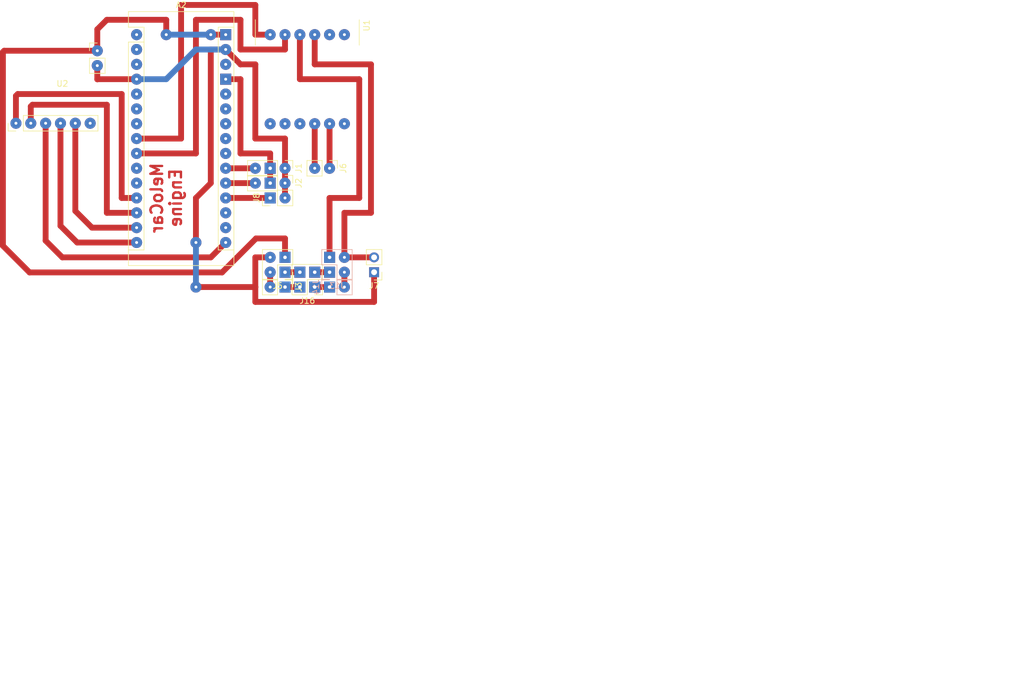
<source format=kicad_pcb>
(kicad_pcb (version 20211014) (generator pcbnew)
  (layers (0 "F.Cu" signal) (31 "B.Cu" signal) (34 "B.Paste" user) (35 "F.Paste" user) (36 "B.SilkS" user "B.Silkscreen") (37 "F.SilkS" user "F.Silkscreen") (38 "B.Mask" user) (39 "F.Mask" user) (44 "Edge.Cuts" user))
  (net 0 "")
  (net 1 "+5V")
  (net 3 "NRF_CE")
  (net 4 "NRF_CSN")
  (net 5 "NRF_SCK")
  (net 6 "NRF_MOSI")
  (net 7 "NRF_MISO")
  (net 8 "PIN_LED")
  (net 9 "PIN_SERVO")
  (net 10 "PIN_HORN")
  (net 11 "+9V")
  (net 12 "GND1")
  (net 13 "Net-(J3-Pad2)")
  (net 14 "Net-(J13-Pad2)")
  (net 15 "Net-(J16-Pad4)")
  (net 16 "Net-(J13-Pad1)")
  (net 17 "Net-(J14-Pad1)")
  (net 18 "Net-(J16-Pad2)")
  (net 19 "GND2")
  (net 20 "PIN_MOTOR_1")
  (net 21 "PIN_MOTOR_2")
  (net 28 "Net-(J6-Pad1)")
  (net 29 "Net-(J6-Pad2)")
  (footprint "Connector_PinHeader_2.54mm:PinHeader_1x02_P2.54mm_Vertical" (layer "F.Cu") (at 63.5 60.96 -90)
    (fp_text reference "J3" (at 0 -2.33 90) (layer "F.SilkS"))
    (fp_text value "Input-Micro")
    (fp_line (start -1.33 -1.33) (end 0 -1.33) (layer "F.SilkS") (width 0.12))
    (fp_line (start -1.33 3.87) (end 1.33 3.87) (layer "F.SilkS") (width 0.12))
    (fp_line (start -1.33 0) (end -1.33 -1.33) (layer "F.SilkS") (width 0.12))
    (fp_line (start -1.33 1.27) (end -1.33 3.87) (layer "F.SilkS") (width 0.12))
    (fp_line (start -1.33 1.27) (end 1.33 1.27) (layer "F.SilkS") (width 0.12))
    (fp_line (start 1.33 1.27) (end 1.33 3.87) (layer "F.SilkS") (width 0.12))
    (pad "1" thru_hole rect (at 0 0 270) (size 1.9 1.9) (drill 0.6) (layers *.Cu *.Mask) (net 18 "Net-(J16-Pad2)"))
    (pad "2" thru_hole oval (at 0 2.54 270) (size 1.9 1.9) (drill 0.5) (layers *.Cu *.Mask) (net 13 "Net-(J3-Pad2)"))
  )
  (footprint "Connector_PinHeader_2.54mm:PinHeader_1x03_P2.54mm_Vertical" (layer "F.Cu") (at 63.5 40.64 -90)
    (fp_text reference "J1" (at 0 -2.33 90) (layer "F.SilkS"))
    (fp_text value "Led")
    (fp_line (start -1.33 1.27) (end 1.33 1.27) (layer "F.SilkS") (width 0.12))
    (fp_line (start 1.33 1.27) (end 1.33 6.41) (layer "F.SilkS") (width 0.12))
    (fp_line (start -1.33 -1.33) (end 0 -1.33) (layer "F.SilkS") (width 0.12))
    (fp_line (start -1.33 0) (end -1.33 -1.33) (layer "F.SilkS") (width 0.12))
    (fp_line (start -1.33 1.27) (end -1.33 6.41) (layer "F.SilkS") (width 0.12))
    (fp_line (start -1.33 6.41) (end 1.33 6.41) (layer "F.SilkS") (width 0.12))
    (pad "1" thru_hole oval (at 0 0 270) (size 1.9 1.9) (drill 0.5) (layers *.Cu *.Mask) (net 19 "GND2"))
    (pad "2" thru_hole rect (at 0 2.54 270) (size 1.9 1.9) (drill 0.6) (layers *.Cu *.Mask) (net 1 "+5V"))
    (pad "3" thru_hole oval (at 0 5.08 270) (size 1.9 1.9) (drill 0.5) (layers *.Cu *.Mask) (net 8 "PIN_LED"))
  )
  (footprint "Connector_PinHeader_2.54mm:PinHeader_1x02_P2.54mm_Vertical" (layer "F.Cu") (at 71.12 40.64 -90)
    (fp_text reference "J6" (at 0 -2.33 90) (layer "F.SilkS"))
    (fp_text value "MOTOR-CTRL")
    (fp_line (start 1.33 1.27) (end 1.33 3.87) (layer "F.SilkS") (width 0.12))
    (fp_line (start -1.33 1.27) (end -1.33 3.87) (layer "F.SilkS") (width 0.12))
    (fp_line (start -1.33 0) (end -1.33 -1.33) (layer "F.SilkS") (width 0.12))
    (fp_line (start -1.33 3.87) (end 1.33 3.87) (layer "F.SilkS") (width 0.12))
    (fp_line (start -1.33 -1.33) (end 0 -1.33) (layer "F.SilkS") (width 0.12))
    (fp_line (start -1.33 1.27) (end 1.33 1.27) (layer "F.SilkS") (width 0.12))
    (pad "1" thru_hole oval (at 0 0 270) (size 1.9 1.9) (drill 0.5) (layers *.Cu *.Mask) (net 28 "Net-(J6-Pad1)"))
    (pad "2" thru_hole oval (at 0 2.54 270) (size 1.9 1.9) (drill 0.5) (layers *.Cu *.Mask) (net 29 "Net-(J6-Pad2)"))
  )
  (footprint "Connector_PinHeader_2.54mm:PinHeader_2x02_P2.54mm_Vertical" (layer "F.Cu") (at 68.58 60.96 180)
    (fp_text reference "J16" (at 1.27 -2.33) (layer "F.SilkS"))
    (fp_text value "Button")
    (fp_line (start -1.33 1.27) (end 1.27 1.27) (layer "F.SilkS") (width 0.12))
    (fp_line (start 3.87 -1.33) (end 3.87 3.87) (layer "F.SilkS") (width 0.12))
    (fp_line (start -1.33 0) (end -1.33 -1.33) (layer "F.SilkS") (width 0.12))
    (fp_line (start -1.33 1.27) (end -1.33 3.87) (layer "F.SilkS") (width 0.12))
    (fp_line (start -1.33 3.87) (end 3.87 3.87) (layer "F.SilkS") (width 0.12))
    (fp_line (start -1.33 -1.33) (end 0 -1.33) (layer "F.SilkS") (width 0.12))
    (fp_line (start 1.27 -1.33) (end 3.87 -1.33) (layer "F.SilkS") (width 0.12))
    (fp_line (start 1.27 1.27) (end 1.27 -1.33) (layer "F.SilkS") (width 0.12))
    (pad "1" thru_hole rect (at 0 0 180) (size 1.9 1.9) (drill 0.6) (layers *.Cu *.Mask) (net 17 "Net-(J14-Pad1)"))
    (pad "2" thru_hole rect (at 2.54 0 180) (size 1.9 1.9) (drill 0.6) (layers *.Cu *.Mask) (net 18 "Net-(J16-Pad2)"))
    (pad "3" thru_hole rect (at 0 2.54 180) (size 1.9 1.9) (drill 0.6) (layers *.Cu *.Mask) (net 16 "Net-(J13-Pad1)"))
    (pad "4" thru_hole rect (at 2.54 2.54 180) (size 1.9 1.9) (drill 0.6) (layers *.Cu *.Mask) (net 15 "Net-(J16-Pad4)"))
  )
  (footprint "Package_SO:TSSOP-16_4.4x5mm_P0.65mm" (layer "F.Cu") (at 68.58 25.4 -90)
    (fp_text reference "U1" (at -9.188423 -8.883049 90) (layer "F.SilkS"))
    (fp_text value "DRV8833PW")
    (fp_line (start -7.986051 10.16) (end -10.186051 10.16) (layer "F.SilkS") (width 0.12))
    (fp_line (start -5.82 -7.62) (end -10.16 -7.62) (layer "F.SilkS") (width 0.12))
    (fp_line (start -7.986051 10.16) (end -5.786051 10.16) (layer "F.SilkS") (width 0.12))
    (pad "1" thru_hole oval (at 7.62 -5.08 180) (size 1.9 1.9) (drill 0.5) (layers *.Cu *.Mask))
    (pad "2" thru_hole oval (at 7.62 -2.54 180) (size 1.9 1.9) (drill 0.5) (layers *.Cu *.Mask) (net 28 "Net-(J6-Pad1)"))
    (pad "4" thru_hole oval (at 7.62 0 180) (size 1.9 1.9) (drill 0.5) (layers *.Cu *.Mask) (net 29 "Net-(J6-Pad2)"))
    (pad "5" thru_hole oval (at 7.62 5.08 180) (size 1.9 1.9) (drill 0.5) (layers *.Cu *.Mask))
    (pad "7" thru_hole oval (at 7.62 2.54 180) (size 1.9 1.9) (drill 0.5) (layers *.Cu *.Mask))
    (pad "8" thru_hole oval (at 7.62 7.62 180) (size 1.9 1.9) (drill 0.5) (layers *.Cu *.Mask))
    (pad "9" thru_hole oval (at -7.62 -2.54 180) (size 1.9 1.9) (drill 0.5) (layers *.Cu *.Mask))
    (pad "10" thru_hole oval (at -7.62 -5.08 180) (size 1.9 1.9) (drill 0.5) (layers *.Cu *.Mask))
    (pad "11" thru_hole oval (at -7.62 2.54 180) (size 1.9 1.9) (drill 0.5) (layers *.Cu *.Mask) (net 11 "+9V"))
    (pad "13" thru_hole oval (at -7.62 0 180) (size 1.9 1.9) (drill 0.5) (layers *.Cu *.Mask) (net 12 "GND1"))
    (pad "15" thru_hole oval (at -7.62 5.08 180) (size 1.9 1.9) (drill 0.5) (layers *.Cu *.Mask) (net 21 "PIN_MOTOR_2"))
    (pad "16" thru_hole oval (at -7.62 7.62 180) (size 1.9 1.9) (drill 0.5) (layers *.Cu *.Mask) (net 20 "PIN_MOTOR_1"))
  )
  (footprint "Connector_PinHeader_2.54mm:PinHeader_1x02_P2.54mm_Vertical" (layer "F.Cu") (at 60.96 45.72 90)
    (fp_text reference "J8" (at 0 -2.33 90) (layer "F.SilkS"))
    (fp_text value "Horn")
    (fp_line (start -1.33 -1.33) (end 0 -1.33) (layer "F.SilkS") (width 0.12))
    (fp_line (start -1.33 1.27) (end 1.33 1.27) (layer "F.SilkS") (width 0.12))
    (fp_line (start -1.33 1.27) (end -1.33 3.87) (layer "F.SilkS") (width 0.12))
    (fp_line (start 1.33 1.27) (end 1.33 3.87) (layer "F.SilkS") (width 0.12))
    (fp_line (start -1.33 0) (end -1.33 -1.33) (layer "F.SilkS") (width 0.12))
    (fp_line (start -1.33 3.87) (end 1.33 3.87) (layer "F.SilkS") (width 0.12))
    (pad "1" thru_hole rect (at 0 0 90) (size 1.9 1.9) (drill 0.6) (layers *.Cu *.Mask) (net 10 "PIN_HORN"))
    (pad "2" thru_hole oval (at 0 2.54 90) (size 1.9 1.9) (drill 0.5) (layers *.Cu *.Mask) (net 19 "GND2"))
  )
  (footprint "Connector_PinHeader_2.54mm:PinHeader_1x02_P2.54mm_Vertical" (layer "F.Cu") (at 78.74 58.42 180)
    (fp_text reference "J7" (at 0 -2.33) (layer "F.SilkS"))
    (fp_text value "Motor_Power")
    (fp_line (start -1.33 -1.33) (end 0 -1.33) (layer "F.SilkS") (width 0.12))
    (fp_line (start 1.33 1.27) (end 1.33 3.87) (layer "F.SilkS") (width 0.12))
    (fp_line (start -1.33 0) (end -1.33 -1.33) (layer "F.SilkS") (width 0.12))
    (fp_line (start -1.33 1.27) (end 1.33 1.27) (layer "F.SilkS") (width 0.12))
    (fp_line (start -1.33 3.87) (end 1.33 3.87) (layer "F.SilkS") (width 0.12))
    (fp_line (start -1.33 1.27) (end -1.33 3.87) (layer "F.SilkS") (width 0.12))
    (pad "1" thru_hole rect (at 0 0 180) (size 1.7 1.7) (drill 1) (layers *.Cu *.Mask) (net 19 "GND2"))
    (pad "2" thru_hole oval (at 0 2.54 180) (size 1.7 1.7) (drill 1) (layers *.Cu *.Mask) (net 12 "GND1"))
  )
  (footprint "" (layer "F.Cu") (at 50.8 17.78)
    (fp_text reference "" (at 0 0) (layer "F.SilkS") (effects (font (size 1.27 1.27))))
    (fp_text value "" (at 0 0) (layer "F.SilkS") (effects (font (size 1.27 1.27))))
    (pad "30" thru_hole oval (at 0 0 270) (size 1.9 1.9) (drill 0.5) (layers *.Cu *.Mask) (net 1 "+5V"))
  )
  (footprint "Module:Arduino_Nano" (layer "F.Cu") (at 38.11 17.78)
    (fp_text reference "A2" (at 7.62 -5.08) (layer "F.SilkS"))
    (fp_text value "Arduino_Nano_Every")
    (fp_line (start 1.27 36.83) (end -1.4 36.83) (layer "F.SilkS") (width 0.12))
    (fp_line (start 16.64 -3.94) (end -1.4 -3.94) (layer "F.SilkS") (width 0.12))
    (fp_line (start 1.27 -1.27) (end -1.4 -1.27) (layer "F.SilkS") (width 0.12))
    (fp_line (start 1.27 1.27) (end -1.4 1.27) (layer "F.SilkS") (width 0.12))
    (fp_line (start 13.97 -1.27) (end 13.97 36.83) (layer "F.SilkS") (width 0.12))
    (fp_line (start 13.97 36.83) (end 16.64 36.83) (layer "F.SilkS") (width 0.12))
    (fp_line (start 16.64 39.5) (end 16.64 -3.94) (layer "F.SilkS") (width 0.12))
    (fp_line (start 1.27 1.27) (end 1.27 -1.27) (layer "F.SilkS") (width 0.12))
    (fp_line (start 13.97 -1.27) (end 16.64 -1.27) (layer "F.SilkS") (width 0.12))
    (fp_line (start -1.4 39.5) (end 16.64 39.5) (layer "F.SilkS") (width 0.12))
    (fp_line (start 1.27 1.27) (end 1.27 36.83) (layer "F.SilkS") (width 0.12))
    (fp_line (start -1.4 -3.94) (end -1.4 -1.27) (layer "F.SilkS") (width 0.12))
    (fp_line (start -1.4 1.27) (end -1.4 39.5) (layer "F.SilkS") (width 0.12))
    (pad "1" thru_hole circle (at 0 0) (size 1.9 1.9) (drill 0.5) (layers *.Cu *.Mask))
    (pad "2" thru_hole circle (at 0 2.54) (size 1.9 1.9) (drill 0.5) (layers *.Cu *.Mask))
    (pad "3" thru_hole circle (at 0 5.08) (size 1.9 1.9) (drill 0.5) (layers *.Cu *.Mask))
    (pad "4" thru_hole circle (at 0 7.62) (size 1.9 1.9) (drill 0.5) (layers *.Cu *.Mask) (net 19 "GND2"))
    (pad "5" thru_hole circle (at 0 10.16) (size 1.9 1.9) (drill 0.5) (layers *.Cu *.Mask))
    (pad "6" thru_hole circle (at 0 12.7) (size 1.9 1.9) (drill 0.5) (layers *.Cu *.Mask))
    (pad "7" thru_hole circle (at 0 15.24) (size 1.9 1.9) (drill 0.5) (layers *.Cu *.Mask))
    (pad "8" thru_hole circle (at 0 17.78) (size 1.9 1.9) (drill 0.5) (layers *.Cu *.Mask) (net 20 "PIN_MOTOR_1"))
    (pad "9" thru_hole circle (at 0 20.32) (size 1.9 1.9) (drill 0.5) (layers *.Cu *.Mask) (net 21 "PIN_MOTOR_2"))
    (pad "10" thru_hole circle (at 0 22.86) (size 1.9 1.9) (drill 0.5) (layers *.Cu *.Mask))
    (pad "11" thru_hole circle (at 0 25.4) (size 1.9 1.9) (drill 0.5) (layers *.Cu *.Mask))
    (pad "12" thru_hole circle (at 0 27.94) (size 1.9 1.9) (drill 0.5) (layers *.Cu *.Mask) (net 3 "NRF_CE"))
    (pad "13" thru_hole circle (at 0 30.48) (size 1.9 1.9) (drill 0.5) (layers *.Cu *.Mask) (net 4 "NRF_CSN"))
    (pad "14" thru_hole circle (at 0 33.02) (size 1.9 1.9) (drill 0.5) (layers *.Cu *.Mask) (net 7 "NRF_MISO"))
    (pad "15" thru_hole circle (at 0 35.56) (size 1.9 1.9) (drill 0.5) (layers *.Cu *.Mask) (net 6 "NRF_MOSI"))
    (pad "16" thru_hole circle (at 15.24 35.56) (size 1.9 1.9) (drill 0.5) (layers *.Cu *.Mask) (net 5 "NRF_SCK"))
    (pad "17" thru_hole circle (at 15.24 33.02) (size 1.9 1.9) (drill 0.5) (layers *.Cu *.Mask))
    (pad "18" thru_hole circle (at 15.24 30.48) (size 1.9 1.9) (drill 0.5) (layers *.Cu *.Mask))
    (pad "19" thru_hole circle (at 15.24 27.94) (size 1.9 1.9) (drill 0.5) (layers *.Cu *.Mask) (net 10 "PIN_HORN"))
    (pad "20" thru_hole circle (at 15.24 25.4) (size 1.9 1.9) (drill 0.5) (layers *.Cu *.Mask) (net 9 "PIN_SERVO"))
    (pad "21" thru_hole circle (at 15.24 22.86) (size 1.9 1.9) (drill 0.5) (layers *.Cu *.Mask) (net 8 "PIN_LED"))
    (pad "22" thru_hole circle (at 15.24 20.32) (size 1.9 1.9) (drill 0.5) (layers *.Cu *.Mask))
    (pad "23" thru_hole circle (at 15.24 17.78) (size 1.9 1.9) (drill 0.5) (layers *.Cu *.Mask))
    (pad "24" thru_hole circle (at 15.24 15.24) (size 1.9 1.9) (drill 0.5) (layers *.Cu *.Mask))
    (pad "25" thru_hole circle (at 15.24 12.7) (size 1.9 1.9) (drill 0.5) (layers *.Cu *.Mask))
    (pad "26" thru_hole circle (at 15.24 10.16) (size 1.9 1.9) (drill 0.5) (layers *.Cu *.Mask))
    (pad "27" thru_hole rect (at 15.24 7.62) (size 1.9 1.9) (drill 0.5) (layers *.Cu *.Mask))
    (pad "28" thru_hole circle (at 15.24 5.08) (size 1.9 1.9) (drill 0.5) (layers *.Cu *.Mask))
    (pad "29" thru_hole circle (at 15.24 2.54) (size 1.9 1.9) (drill 0.5) (layers *.Cu *.Mask) (net 19 "GND2"))
    (pad "30" thru_hole rect (at 15.24 0) (size 1.9 1.9) (drill 0.5) (layers *.Cu *.Mask) (net 1 "+5V"))
  )
  (footprint "Connector_PinHeader_2.54mm:PinHeader_1x03_P2.54mm_Vertical" (layer "F.Cu") (at 63.5 43.18 -90)
    (fp_text reference "J2" (at 0 -2.33 90) (layer "F.SilkS"))
    (fp_text value "Servo")
    (fp_line (start -1.33 0) (end -1.33 -1.33) (layer "F.SilkS") (width 0.12))
    (fp_line (start -1.33 1.27) (end -1.33 6.41) (layer "F.SilkS") (width 0.12))
    (fp_line (start -1.33 6.41) (end 1.33 6.41) (layer "F.SilkS") (width 0.12))
    (fp_line (start 1.33 1.27) (end 1.33 6.41) (layer "F.SilkS") (width 0.12))
    (fp_line (start -1.33 -1.33) (end 0 -1.33) (layer "F.SilkS") (width 0.12))
    (fp_line (start -1.33 1.27) (end 1.33 1.27) (layer "F.SilkS") (width 0.12))
    (pad "1" thru_hole oval (at 0 0 270) (size 1.9 1.9) (drill 0.5) (layers *.Cu *.Mask) (net 19 "GND2"))
    (pad "2" thru_hole rect (at 0 2.54 270) (size 1.9 1.9) (drill 0.6) (layers *.Cu *.Mask) (net 1 "+5V"))
    (pad "3" thru_hole oval (at 0 5.08 270) (size 1.9 1.9) (drill 0.5) (layers *.Cu *.Mask) (net 9 "PIN_SERVO"))
  )
  (footprint "Connector_PinHeader_2.54mm:PinHeader_2x02_P2.54mm_Vertical" (layer "F.Cu") (at 63.5 58.42 180)
    (fp_text reference "J5" (at 1.27 -2.33) (layer "F.SilkS"))
    (fp_text value "Regulator-5v")
    (fp_line (start -1.33 -1.33) (end 0 -1.33) (layer "F.SilkS") (width 0.12))
    (fp_line (start 1.27 1.27) (end 1.27 -1.33) (layer "F.SilkS") (width 0.12))
    (fp_line (start -1.33 0) (end -1.33 -1.33) (layer "F.SilkS") (width 0.12))
    (fp_line (start -1.33 1.27) (end -1.33 3.87) (layer "F.SilkS") (width 0.12))
    (fp_line (start -1.33 1.27) (end 1.27 1.27) (layer "F.SilkS") (width 0.12))
    (fp_line (start 1.27 -1.33) (end 3.87 -1.33) (layer "F.SilkS") (width 0.12))
    (fp_line (start 3.87 -1.33) (end 3.87 3.87) (layer "F.SilkS") (width 0.12))
    (fp_line (start -1.33 3.87) (end 3.87 3.87) (layer "F.SilkS") (width 0.12))
    (pad "1" thru_hole rect (at 0 0 180) (size 1.9 1.9) (drill 0.6) (layers *.Cu *.Mask) (net 15 "Net-(J16-Pad4)"))
    (pad "2" thru_hole oval (at 2.54 0 180) (size 1.9 1.9) (drill 0.5) (layers *.Cu *.Mask) (net 13 "Net-(J3-Pad2)"))
    (pad "3" thru_hole rect (at 0 2.54 180) (size 1.9 1.9) (drill 0.6) (layers *.Cu *.Mask) (net 1 "+5V"))
    (pad "4" thru_hole oval (at 2.54 2.54 180) (size 1.9 1.9) (drill 0.5) (layers *.Cu *.Mask) (net 19 "GND2"))
  )
  (footprint "" (layer "F.Cu") (at 48.26 53.34)
    (fp_text reference "" (at 0 0) (layer "F.SilkS") (effects (font (size 1.27 1.27))))
    (fp_text value "" (at 0 0) (layer "F.SilkS") (effects (font (size 1.27 1.27))))
    (pad "4" thru_hole oval (at 0 0 180) (size 1.9 1.9) (drill 0.5) (layers *.Cu *.Mask) (net 19 "GND2"))
  )
  (footprint "Arduino pro mini:NRF24L01" (layer "F.Cu") (at 25.4 26.67)
    (fp_text reference "U2" (at 0 -0.5 unlocked) (layer "F.SilkS"))
    (fp_text value "NRF24L01_Breakout")
    (fp_line (start 4.654 -4.867) (end 7.314 -4.867) (layer "F.SilkS") (width 0.12))
    (fp_line (start -7.933297 7.597626) (end -9.263297 7.597626) (layer "F.SilkS") (width 0.12))
    (fp_line (start 4.654 -2.267) (end 7.314 -2.267) (layer "F.SilkS") (width 0.12))
    (fp_line (start 4.654 -4.867) (end 4.654 -2.267) (layer "F.SilkS") (width 0.12))
    (fp_line (start 4.654 -7.467) (end 5.984 -7.467) (layer "F.SilkS") (width 0.12))
    (fp_line (start 6.096703 7.597626) (end 6.096703 4.937626) (layer "F.SilkS") (width 0.12))
    (fp_line (start 4.654 -6.137) (end 4.654 -7.467) (layer "F.SilkS") (width 0.12))
    (fp_line (start -9.263297 7.597626) (end -9.263297 6.267626) (layer "F.SilkS") (width 0.12))
    (fp_line (start 7.314 -4.867) (end 7.314 -2.267) (layer "F.SilkS") (width 0.12))
    (fp_line (start -6.663297 4.937626) (end 6.096703 4.937626) (layer "F.SilkS") (width 0.12))
    (fp_line (start -6.663297 7.597626) (end -6.663297 4.937626) (layer "F.SilkS") (width 0.12))
    (fp_line (start -6.663297 7.597626) (end 6.096703 7.597626) (layer "F.SilkS") (width 0.12))
    (pad "1" thru_hole oval (at 5.984 -3.597 90) (size 1.9 1.9) (drill 0.5) (layers *.Cu *.Mask) (net 19 "GND2"))
    (pad "2" thru_hole oval (at 5.984 -6.137 90) (size 1.9 1.9) (drill 0.5) (layers *.Cu *.Mask) (net 1 "+5V"))
    (pad "3" thru_hole oval (at -7.933297 6.267626 90) (size 1.9 1.9) (drill 0.5) (layers *.Cu *.Mask) (net 3 "NRF_CE"))
    (pad "4" thru_hole oval (at -5.393297 6.267626 90) (size 1.9 1.9) (drill 0.5) (layers *.Cu *.Mask) (net 4 "NRF_CSN"))
    (pad "5" thru_hole oval (at -2.853297 6.267626 90) (size 1.9 1.9) (drill 0.5) (layers *.Cu *.Mask) (net 5 "NRF_SCK"))
    (pad "6" thru_hole oval (at -0.313297 6.267626 90) (size 1.9 1.9) (drill 0.5) (layers *.Cu *.Mask) (net 6 "NRF_MOSI"))
    (pad "7" thru_hole oval (at 2.226703 6.267626 90) (size 1.9 1.9) (drill 0.5) (layers *.Cu *.Mask) (net 7 "NRF_MISO"))
    (pad "8" thru_hole oval (at 4.766703 6.267626 90) (size 1.9 1.9) (drill 0.5) (layers *.Cu *.Mask))
  )
  (footprint "" (layer "F.Cu") (at 48.26 60.96)
    (fp_text reference "" (at 0 0) (layer "F.SilkS") (effects (font (size 1.27 1.27))))
    (fp_text value "" (at 0 0) (layer "F.SilkS") (effects (font (size 1.27 1.27))))
    (pad "4" thru_hole oval (at 0 0 180) (size 1.9 1.9) (drill 0.5) (layers *.Cu *.Mask) (net 19 "GND2"))
  )
  (footprint "" (layer "F.Cu") (at 43.18 17.78)
    (fp_text reference "" (at 0 0) (layer "F.SilkS") (effects (font (size 1.27 1.27))))
    (fp_text value "" (at 0 0) (layer "F.SilkS") (effects (font (size 1.27 1.27))))
    (pad "30" thru_hole oval (at 0 0 270) (size 1.9 1.9) (drill 0.5) (layers *.Cu *.Mask) (net 1 "+5V"))
  )
  (footprint "Connector_PinHeader_2.54mm:PinHeader_2x02_P2.54mm_Vertical" (layer "B.Cu") (at 71.12 58.42)
    (fp_text reference "J13" (at 1.27 2.33) (layer "B.SilkS") (effects (justify mirror)))
    (fp_text value "Regulator-9v")
    (fp_line (start -1.33 -3.87) (end 3.87 -3.87) (layer "B.SilkS") (width 0.12))
    (fp_line (start -1.33 1.33) (end 0 1.33) (layer "B.SilkS") (width 0.12))
    (fp_line (start 3.87 1.33) (end 3.87 -3.87) (layer "B.SilkS") (width 0.12))
    (fp_line (start 1.27 -1.27) (end 1.27 1.33) (layer "B.SilkS") (width 0.12))
    (fp_line (start -1.33 -1.27) (end -1.33 -3.87) (layer "B.SilkS") (width 0.12))
    (fp_line (start 1.27 1.33) (end 3.87 1.33) (layer "B.SilkS") (width 0.12))
    (fp_line (start -1.33 0) (end -1.33 1.33) (layer "B.SilkS") (width 0.12))
    (fp_line (start -1.33 -1.27) (end 1.27 -1.27) (layer "B.SilkS") (width 0.12))
    (pad "1" thru_hole rect (at 0 0) (size 1.9 1.9) (drill 0.6) (layers *.Cu *.Mask) (net 16 "Net-(J13-Pad1)"))
    (pad "2" thru_hole oval (at 2.54 0) (size 1.9 1.9) (drill 0.5) (layers *.Cu *.Mask) (net 14 "Net-(J13-Pad2)"))
    (pad "3" thru_hole rect (at 0 -2.54) (size 1.9 1.9) (drill 0.6) (layers *.Cu *.Mask) (net 11 "+9V"))
    (pad "4" thru_hole oval (at 2.54 -2.54) (size 1.9 1.9) (drill 0.5) (layers *.Cu *.Mask) (net 12 "GND1"))
  )
  (footprint "Connector_PinHeader_2.54mm:PinHeader_1x02_P2.54mm_Vertical" (layer "B.Cu") (at 71.12 60.96 -90)
    (fp_text reference "J14" (at 0 2.33 90) (layer "B.SilkS") (effects (justify mirror)))
    (fp_text value "Input-Motor")
    (fp_line (start -1.33 0) (end -1.33 1.33) (layer "B.SilkS") (width 0.12))
    (fp_line (start -1.33 -1.27) (end 1.33 -1.27) (layer "B.SilkS") (width 0.12))
    (fp_line (start -1.33 1.33) (end 0 1.33) (layer "B.SilkS") (width 0.12))
    (fp_line (start 1.33 -1.27) (end 1.33 -3.87) (layer "B.SilkS") (width 0.12))
    (fp_line (start -1.33 -1.27) (end -1.33 -3.87) (layer "B.SilkS") (width 0.12))
    (fp_line (start -1.33 -3.87) (end 1.33 -3.87) (layer "B.SilkS") (width 0.12))
    (pad "1" thru_hole rect (at 0 0 270) (size 1.9 1.9) (drill 0.6) (layers *.Cu *.Mask) (net 17 "Net-(J14-Pad1)"))
    (pad "2" thru_hole oval (at 0 -2.54 270) (size 1.9 1.9) (drill 0.5) (layers *.Cu *.Mask) (net 14 "Net-(J13-Pad2)"))
  )
  (gr_text "MeloCar\nEngine" (at 43.18 45.72 90) (layer "F.Cu") (effects (font (size 2 2) (thickness 0.4)) (justify mirror)))
  (segment (start 60.96 40.64) (end 60.96 43.18) (width 1) (layer "F.Cu") (net 1))
  (segment (start 15.453 20.533) (end 15.24 20.746) (width 1) (layer "F.Cu") (net 1))
  (segment (start 31.384 20.533) (end 15.453 20.533) (width 1) (layer "F.Cu") (net 1))
  (segment (start 15.24 53.899213) (end 19.798523 58.457736) (width 1) (layer "F.Cu") (net 1))
  (segment (start 15.24 20.746) (end 15.24 53.899213) (width 1) (layer "F.Cu") (net 1))
  (segment (start 55.88 38.1) (end 60.96 38.1) (width 1) (layer "F.Cu") (net 1))
  (segment (start 60.96 38.1) (end 60.96 40.64) (width 1) (layer "F.Cu") (net 1))
  (segment (start 31.384 20.533) (end 31.384 16.876) (width 1) (layer "F.Cu") (net 1))
  (segment (start 53.35 25.4) (end 55.88 25.4) (width 1) (layer "F.Cu") (net 1))
  (segment (start 58.53889 52.646264) (end 63.5 52.646264) (width 1) (layer "F.Cu") (net 1))
  (segment (start 31.384 16.876) (end 33.02 15.24) (width 1) (layer "F.Cu") (net 1))
  (segment (start 63.5 52.646264) (end 63.5 55.88) (width 1) (layer "F.Cu") (net 1))
  (segment (start 52.727418 58.457736) (end 58.53889 52.646264) (width 1) (layer "F.Cu") (net 1))
  (segment (start 19.798523 58.457736) (end 52.727418 58.457736) (width 1) (layer "F.Cu") (net 1))
  (segment (start 33.02 15.24) (end 43.18 15.24) (width 1) (layer "F.Cu") (net 1))
  (segment (start 43.18 15.24) (end 43.18 17.78) (width 1) (layer "F.Cu") (net 1))
  (segment (start 55.88 25.4) (end 55.88 38.1) (width 1) (layer "F.Cu") (net 1))
  (segment (start 50.8 17.78) (end 53.35 17.78) (width 1) (layer "F.Cu") (net 1))
  (segment (start 43.18 17.78) (end 50.8 17.78) (width 1) (layer "B.Cu") (net 1))
  (segment (start 35.56 27.94) (end 17.78 27.94) (width 1) (layer "F.Cu") (net 3))
  (segment (start 35.56 45.72) (end 35.56 27.94) (width 1) (layer "F.Cu") (net 3))
  (segment (start 17.466703 28.253297) (end 17.466703 32.937626) (width 1) (layer "F.Cu") (net 3))
  (segment (start 38.11 45.72) (end 35.56 45.72) (width 1) (layer "F.Cu") (net 3))
  (segment (start 17.78 27.94) (end 17.466703 28.253297) (width 1) (layer "F.Cu") (net 3))
  (segment (start 20.289803 29.772434) (end 33.02 29.772434) (width 1) (layer "F.Cu") (net 4))
  (segment (start 20.006703 30.055534) (end 20.289803 29.772434) (width 1) (layer "F.Cu") (net 4))
  (segment (start 33.02 29.772434) (end 33.02 48.26) (width 1) (layer "F.Cu") (net 4))
  (segment (start 33.02 48.26) (end 38.11 48.26) (width 1) (layer "F.Cu") (net 4))
  (segment (start 20.006703 32.937626) (end 20.006703 30.055534) (width 1) (layer "F.Cu") (net 4))
  (segment (start 25.4 55.88) (end 22.546703 53.026703) (width 1) (layer "F.Cu") (net 5))
  (segment (start 53.35 53.34) (end 50.81 55.88) (width 1) (layer "F.Cu") (net 5))
  (segment (start 22.546703 53.026703) (end 22.546703 32.937626) (width 1) (layer "F.Cu") (net 5))
  (segment (start 50.81 55.88) (end 25.4 55.88) (width 1) (layer "F.Cu") (net 5))
  (segment (start 25.086703 32.937626) (end 25.086703 50.486703) (width 1) (layer "F.Cu") (net 6))
  (segment (start 25.086703 50.486703) (end 27.94 53.34) (width 1) (layer "F.Cu") (net 6))
  (segment (start 27.94 53.34) (end 38.11 53.34) (width 1) (layer "F.Cu") (net 6))
  (segment (start 30.48 50.8) (end 27.626703 47.946703) (width 1) (layer "F.Cu") (net 7))
  (segment (start 27.626703 47.946703) (end 27.626703 32.937626) (width 1) (layer "F.Cu") (net 7))
  (segment (start 38.11 50.8) (end 30.48 50.8) (width 1) (layer "F.Cu") (net 7))
  (segment (start 58.42 40.64) (end 53.35 40.64) (width 1) (layer "F.Cu") (net 8))
  (segment (start 53.35 43.18) (end 58.42 43.18) (width 1) (layer "F.Cu") (net 9))
  (segment (start 53.35 45.72) (end 60.96 45.72) (width 1) (layer "F.Cu") (net 10))
  (segment (start 71.12 55.88) (end 71.12 45.72) (width 1) (layer "F.Cu") (net 11))
  (segment (start 76.2 25.4) (end 66.04 25.4) (width 1) (layer "F.Cu") (net 11))
  (segment (start 66.04 25.4) (end 66.04 17.78) (width 1) (layer "F.Cu") (net 11))
  (segment (start 71.12 45.72) (end 76.2 45.72) (width 1) (layer "F.Cu") (net 11))
  (segment (start 76.2 45.72) (end 76.2 25.4) (width 1) (layer "F.Cu") (net 11))
  (segment (start 78.204495 22.86) (end 78.204495 48.26) (width 1) (layer "F.Cu") (net 12))
  (segment (start 68.58 17.78) (end 68.58 22.86) (width 1) (layer "F.Cu") (net 12))
  (segment (start 78.74 55.88) (end 73.66 55.88) (width 1) (layer "F.Cu") (net 12))
  (segment (start 78.204495 48.26) (end 73.66 48.26) (width 1) (layer "F.Cu") (net 12))
  (segment (start 68.58 22.86) (end 78.204495 22.86) (width 1) (layer "F.Cu") (net 12))
  (segment (start 73.66 48.26) (end 73.66 55.88) (width 1) (layer "F.Cu") (net 12))
  (segment (start 60.96 58.42) (end 60.96 60.96) (width 1) (layer "F.Cu") (net 13))
  (segment (start 73.66 60.96) (end 73.66 58.42) (width 1) (layer "F.Cu") (net 14))
  (segment (start 63.5 58.42) (end 66.04 58.42) (width 1) (layer "F.Cu") (net 15))
  (segment (start 68.58 58.42) (end 71.12 58.42) (width 1) (layer "F.Cu") (net 16))
  (segment (start 68.58 60.96) (end 71.12 60.96) (width 1) (layer "F.Cu") (net 17))
  (segment (start 66.04 60.96) (end 63.5 60.96) (width 1) (layer "F.Cu") (net 18))
  (segment (start 48.26 53.34) (end 48.26 45.72) (width 1) (layer "F.Cu") (net 19))
  (segment (start 31.384 25.413281) (end 31.397281 25.4) (width 1) (layer "F.Cu") (net 19))
  (segment (start 31.397281 25.4) (end 38.11 25.4) (width 1) (layer "F.Cu") (net 19))
  (segment (start 58.42 60.96) (end 58.42 63.5) (width 1) (layer "F.Cu") (net 19))
  (segment (start 58.42 22.86) (end 55.88 22.86) (width 1) (layer "F.Cu") (net 19))
  (segment (start 55.88 22.86) (end 55.88 22.85) (width 1) (layer "F.Cu") (net 19))
  (segment (start 78.74 63.5) (end 78.74 58.42) (width 1) (layer "F.Cu") (net 19))
  (segment (start 55.88 22.85) (end 53.35 20.32) (width 1) (layer "F.Cu") (net 19))
  (segment (start 48.26 60.96) (end 58.42 60.96) (width 1) (layer "F.Cu") (net 19))
  (segment (start 63.5 43.18) (end 63.5 40.64) (width 1) (layer "F.Cu") (net 19))
  (segment (start 63.5 43.18) (end 63.5 45.72) (width 1) (layer "F.Cu") (net 19))
  (segment (start 60.96 55.88) (end 58.42 55.88) (width 1) (layer "F.Cu") (net 19))
  (segment (start 63.5 35.56) (end 58.42 35.56) (width 1) (layer "F.Cu") (net 19))
  (segment (start 50.8 43.18) (end 50.8 20.32) (width 1) (layer "F.Cu") (net 19))
  (segment (start 58.42 55.88) (end 58.42 60.96) (width 1) (layer "F.Cu") (net 19))
  (segment (start 31.384 23.073) (end 31.384 25.413281) (width 1) (layer "F.Cu") (net 19))
  (segment (start 63.5 40.64) (end 63.5 35.56) (width 1) (layer "F.Cu") (net 19))
  (segment (start 58.42 63.5) (end 78.74 63.5) (width 1) (layer "F.Cu") (net 19))
  (segment (start 50.8 20.32) (end 53.35 20.32) (width 1) (layer "F.Cu") (net 19))
  (segment (start 48.26 45.72) (end 50.8 43.18) (width 1) (layer "F.Cu") (net 19))
  (segment (start 58.42 35.56) (end 58.42 22.86) (width 1) (layer "F.Cu") (net 19))
  (segment (start 48.26 60.96) (end 48.26 53.34) (width 1) (layer "B.Cu") (net 19))
  (segment (start 38.11 25.4) (end 43.18 25.4) (width 1) (layer "B.Cu") (net 19))
  (segment (start 43.18 25.4) (end 48.26 20.32) (width 1) (layer "B.Cu") (net 19))
  (segment (start 48.26 20.32) (end 53.35 20.32) (width 1) (layer "B.Cu") (net 19))
  (segment (start 58.42 17.78) (end 58.42 12.7) (width 1) (layer "F.Cu") (net 20))
  (segment (start 45.72 35.56) (end 38.11 35.56) (width 1) (layer "F.Cu") (net 20))
  (segment (start 45.72 12.7) (end 45.72 35.56) (width 1) (layer "F.Cu") (net 20))
  (segment (start 60.96 17.78) (end 58.42 17.78) (width 1) (layer "F.Cu") (net 20))
  (segment (start 58.42 12.7) (end 45.72 12.7) (width 1) (layer "F.Cu") (net 20))
  (segment (start 55.88 20.32) (end 63.5 20.32) (width 1) (layer "F.Cu") (net 21))
  (segment (start 55.88 15.24) (end 55.88 20.32) (width 1) (layer "F.Cu") (net 21))
  (segment (start 48.26 38.1) (end 48.26 15.24) (width 1) (layer "F.Cu") (net 21))
  (segment (start 48.26 15.24) (end 55.88 15.24) (width 1) (layer "F.Cu") (net 21))
  (segment (start 38.11 38.1) (end 48.26 38.1) (width 1) (layer "F.Cu") (net 21))
  (segment (start 63.5 20.32) (end 63.5 17.78) (width 1) (layer "F.Cu") (net 21))
  (segment (start 71.12 40.64) (end 71.12 33.02) (width 1) (layer "F.Cu") (net 28))
  (segment (start 68.58 40.64) (end 68.58 33.02) (width 1) (layer "F.Cu") (net 29))
)
</source>
